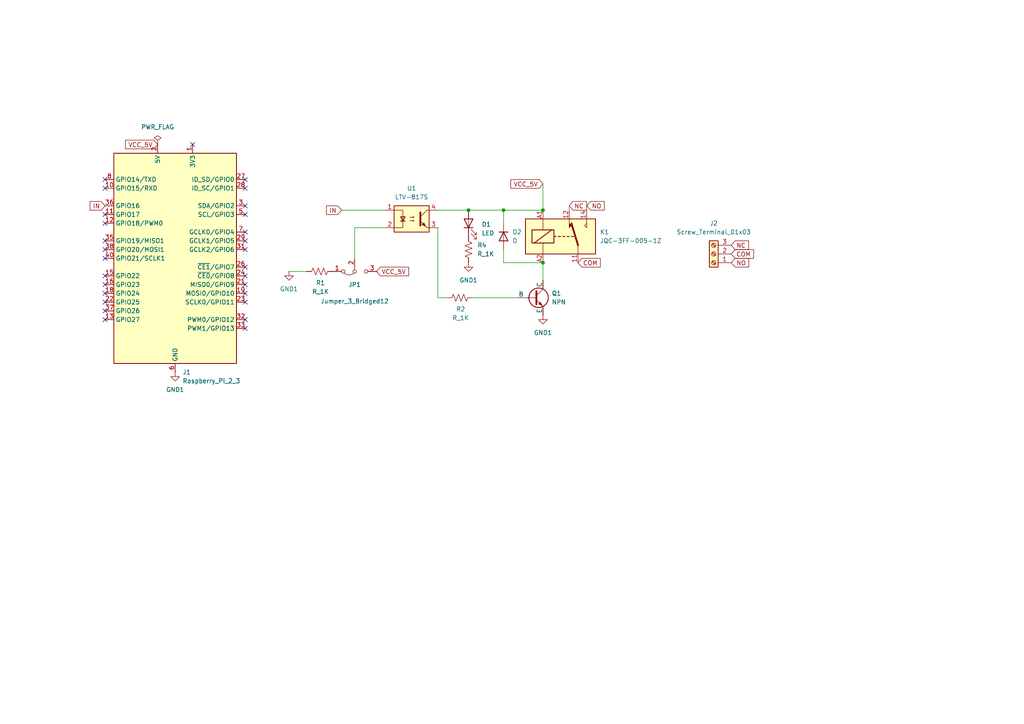
<source format=kicad_sch>
(kicad_sch (version 20250114) (generator "eeschema") (generator_version "9.0")
  (paper "A4")
  (lib_symbols
    (symbol "Connector:Raspberry_Pi_2_3"
      (property "Reference" "J" (at -17.78 31.75 0))
      (property "Value" "Raspberry_Pi_2_3" (at 10.16 -31.75 0))
      (symbol "Raspberry_Pi_2_3_0_1"
        (rectangle (start -17.78 30.48) (end 17.78 -30.48) (stroke (width 0.254)) (fill (type background)))
      )
      (symbol "Raspberry_Pi_2_3_1_1"
        (pin bidirectional line (at -20.32 22.86 0) (length 2.54) (name "GPIO14/TXD") (number "8"))
        (pin bidirectional line (at -20.32 20.32 0) (length 2.54) (name "GPIO15/RXD") (number "10"))
        (pin bidirectional line (at -20.32 15.24 0) (length 2.54) (name "GPIO16") (number "36"))
        (pin bidirectional line (at -20.32 12.7 0) (length 2.54) (name "GPIO17") (number "11"))
        (pin bidirectional line (at -20.32 10.16 0) (length 2.54) (name "GPIO18/PWM0") (number "12"))
        (pin bidirectional line (at -20.32 5.08 0) (length 2.54) (name "GPIO19/MISO1") (number "35"))
        (pin bidirectional line (at -20.32 2.54 0) (length 2.54) (name "GPIO20/MOSI1") (number "38"))
        (pin bidirectional line (at -20.32 0 0) (length 2.54) (name "GPIO21/SCLK1") (number "40"))
        (pin bidirectional line (at -20.32 -5.08 0) (length 2.54) (name "GPIO22") (number "15"))
        (pin bidirectional line (at -20.32 -7.62 0) (length 2.54) (name "GPIO23") (number "16"))
        (pin bidirectional line (at -20.32 -10.16 0) (length 2.54) (name "GPIO24") (number "18"))
        (pin bidirectional line (at -20.32 -12.7 0) (length 2.54) (name "GPIO25") (number "22"))
        (pin bidirectional line (at -20.32 -15.24 0) (length 2.54) (name "GPIO26") (number "37"))
        (pin bidirectional line (at -20.32 -17.78 0) (length 2.54) (name "GPIO27") (number "13"))
        (pin power_in line (at -5.08 33.02 270) (length 2.54) (name "5V") (number "2"))
        (pin passive line (at -5.08 33.02 270) (length 2.54) (hide yes) (name "5V") (number "4"))
        (pin passive line (at 0 -33.02 90) (length 2.54) (hide yes) (name "GND") (number "14"))
        (pin passive line (at 0 -33.02 90) (length 2.54) (hide yes) (name "GND") (number "20"))
        (pin passive line (at 0 -33.02 90) (length 2.54) (hide yes) (name "GND") (number "25"))
        (pin passive line (at 0 -33.02 90) (length 2.54) (hide yes) (name "GND") (number "30"))
        (pin passive line (at 0 -33.02 90) (length 2.54) (hide yes) (name "GND") (number "34"))
        (pin passive line (at 0 -33.02 90) (length 2.54) (hide yes) (name "GND") (number "39"))
        (pin power_in line (at 0 -33.02 90) (length 2.54) (name "GND") (number "6"))
        (pin passive line (at 0 -33.02 90) (length 2.54) (hide yes) (name "GND") (number "9"))
        (pin power_in line (at 5.08 33.02 270) (length 2.54) (name "3V3") (number "1"))
        (pin passive line (at 5.08 33.02 270) (length 2.54) (hide yes) (name "3V3") (number "17"))
        (pin bidirectional line (at 20.32 22.86 180) (length 2.54) (name "ID_SD/GPIO0") (number "27"))
        (pin bidirectional line (at 20.32 20.32 180) (length 2.54) (name "ID_SC/GPIO1") (number "28"))
        (pin bidirectional line (at 20.32 15.24 180) (length 2.54) (name "SDA/GPIO2") (number "3"))
        (pin bidirectional line (at 20.32 12.7 180) (length 2.54) (name "SCL/GPIO3") (number "5"))
        (pin bidirectional line (at 20.32 7.62 180) (length 2.54) (name "GCLK0/GPIO4") (number "7"))
        (pin bidirectional line (at 20.32 5.08 180) (length 2.54) (name "GCLK1/GPIO5") (number "29"))
        (pin bidirectional line (at 20.32 2.54 180) (length 2.54) (name "GCLK2/GPIO6") (number "31"))
        (pin bidirectional line (at 20.32 -2.54 180) (length 2.54) (name "~{CE1}/GPIO7") (number "26"))
        (pin bidirectional line (at 20.32 -5.08 180) (length 2.54) (name "~{CE0}/GPIO8") (number "24"))
        (pin bidirectional line (at 20.32 -7.62 180) (length 2.54) (name "MISO0/GPIO9") (number "21"))
        (pin bidirectional line (at 20.32 -10.16 180) (length 2.54) (name "MOSI0/GPIO10") (number "19"))
        (pin bidirectional line (at 20.32 -12.7 180) (length 2.54) (name "SCLK0/GPIO11") (number "23"))
        (pin bidirectional line (at 20.32 -17.78 180) (length 2.54) (name "PWM0/GPIO12") (number "32"))
        (pin bidirectional line (at 20.32 -20.32 180) (length 2.54) (name "PWM1/GPIO13") (number "33"))
      )
    )
    (symbol "Connector:Screw_Terminal_01x03" (pin_names (offset 1.016) (hide yes))
      (property "Reference" "J" (at 0 5.08 0))
      (property "Value" "Screw_Terminal_01x03" (at 0 -5.08 0))
      (symbol "Screw_Terminal_01x03_1_1"
        (rectangle (start -1.27 3.81) (end 1.27 -3.81) (stroke (width 0.254)) (fill (type background)))
        (polyline (pts (xy -0.5334 2.8702) (xy 0.3302 2.032)) (stroke (width 0.1524)))
        (polyline (pts (xy -0.5334 0.3302) (xy 0.3302 -0.508)) (stroke (width 0.1524)))
        (polyline (pts (xy -0.5334 -2.2098) (xy 0.3302 -3.048)) (stroke (width 0.1524)))
        (polyline (pts (xy -0.3556 3.048) (xy 0.508 2.2098)) (stroke (width 0.1524)))
        (polyline (pts (xy -0.3556 0.508) (xy 0.508 -0.3302)) (stroke (width 0.1524)))
        (polyline (pts (xy -0.3556 -2.032) (xy 0.508 -2.8702)) (stroke (width 0.1524)))
        (circle (center 0 2.54) (radius 0.635) (stroke (width 0.1524)))
        (circle (center 0 0) (radius 0.635) (stroke (width 0.1524)))
        (circle (center 0 -2.54) (radius 0.635) (stroke (width 0.1524)))
        (pin passive line (at -5.08 2.54 0) (length 3.81) (name "Pin_1") (number "1"))
        (pin passive line (at -5.08 0 0) (length 3.81) (name "Pin_2") (number "2"))
        (pin passive line (at -5.08 -2.54 0) (length 3.81) (name "Pin_3") (number "3"))
      )
    )
    (symbol "Device:D" (pin_numbers (hide yes)) (pin_names (offset 1.016) (hide yes))
      (property "Reference" "D" (at 0 2.54 0))
      (property "Value" "D" (at 0 -2.54 0))
      (symbol "D_0_1"
        (polyline (pts (xy -1.27 1.27) (xy -1.27 -1.27)) (stroke (width 0.254)))
        (polyline (pts (xy 1.27 1.27) (xy 1.27 -1.27) (xy -1.27 0) (xy 1.27 1.27)) (stroke (width 0.254)))
        (polyline (pts (xy 1.27 0) (xy -1.27 0)))
      )
      (symbol "D_1_1"
        (pin passive line (at -3.81 0 0) (length 2.54) (name "K") (number "1"))
        (pin passive line (at 3.81 0 180) (length 2.54) (name "A") (number "2"))
      )
    )
    (symbol "Device:LED" (pin_numbers (hide yes)) (pin_names (offset 1.016) (hide yes))
      (property "Reference" "D" (at 0 2.54 0))
      (property "Value" "LED" (at 0 -2.54 0))
      (symbol "LED_0_1"
        (polyline (pts (xy -3.048 -0.762) (xy -4.572 -2.286) (xy -3.81 -2.286) (xy -4.572 -2.286) (xy -4.572 -1.524)))
        (polyline (pts (xy -1.778 -0.762) (xy -3.302 -2.286) (xy -2.54 -2.286) (xy -3.302 -2.286) (xy -3.302 -1.524)))
        (polyline (pts (xy -1.27 0) (xy 1.27 0)))
        (polyline (pts (xy -1.27 -1.27) (xy -1.27 1.27)) (stroke (width 0.254)))
        (polyline (pts (xy 1.27 -1.27) (xy 1.27 1.27) (xy -1.27 0) (xy 1.27 -1.27)) (stroke (width 0.254)))
      )
      (symbol "LED_1_1"
        (pin passive line (at -3.81 0 0) (length 2.54) (name "K") (number "1"))
        (pin passive line (at 3.81 0 180) (length 2.54) (name "A") (number "2"))
      )
    )
    (symbol "Device:R_US" (pin_numbers (hide yes)) (pin_names (offset 0))
      (property "Reference" "R" (at 2.54 0 90))
      (property "Value" "R_US" (at -2.54 0 90))
      (symbol "R_US_0_1"
        (polyline (pts (xy 0 2.286) (xy 0 2.54)))
        (polyline (pts (xy 0 2.286) (xy 1.016 1.905) (xy 0 1.524) (xy -1.016 1.143) (xy 0 0.762)))
        (polyline (pts (xy 0 0.762) (xy 1.016 0.381) (xy 0 0) (xy -1.016 -0.381) (xy 0 -0.762)))
        (polyline (pts (xy 0 -0.762) (xy 1.016 -1.143) (xy 0 -1.524) (xy -1.016 -1.905) (xy 0 -2.286)))
        (polyline (pts (xy 0 -2.286) (xy 0 -2.54)))
      )
      (symbol "R_US_1_1"
        (pin passive line (at 0 3.81 270) (length 1.27) (name "~") (number "1"))
        (pin passive line (at 0 -3.81 90) (length 1.27) (name "~") (number "2"))
      )
    )
    (symbol "Isolator:LTV-817S" (pin_names (offset 1.016))
      (property "Reference" "U" (at -3.81 5.08 0))
      (property "Value" "LTV-817S" (at 0 -5.08 0))
      (symbol "LTV-817S_1_1"
        (rectangle (start -5.08 3.81) (end 5.08 -3.81) (stroke (width 0.254)) (fill (type background)))
        (polyline (pts (xy -5.08 2.54) (xy -2.54 2.54) (xy -2.54 -0.762)))
        (polyline (pts (xy -3.175 -0.635) (xy -1.905 -0.635)) (stroke (width 0.254)))
        (polyline (pts (xy -2.54 -0.635) (xy -2.54 -2.54) (xy -5.08 -2.54)))
        (polyline (pts (xy -2.54 -0.635) (xy -3.175 0.635) (xy -1.905 0.635) (xy -2.54 -0.635)) (stroke (width 0.254)))
        (polyline (pts (xy -0.508 0.508) (xy 0.762 0.508) (xy 0.381 0.381) (xy 0.381 0.635) (xy 0.762 0.508)))
        (polyline (pts (xy -0.508 -0.508) (xy 0.762 -0.508) (xy 0.381 -0.635) (xy 0.381 -0.381) (xy 0.762 -0.508)))
        (polyline (pts (xy 2.54 1.905) (xy 2.54 -1.905) (xy 2.54 -1.905)) (stroke (width 0.508)))
        (polyline (pts (xy 2.54 0.635) (xy 4.445 2.54)))
        (polyline (pts (xy 3.048 -1.651) (xy 3.556 -1.143) (xy 4.064 -2.159) (xy 3.048 -1.651) (xy 3.048 -1.651)) (fill (type outline)))
        (polyline (pts (xy 4.445 2.54) (xy 5.08 2.54)))
        (polyline (pts (xy 4.445 -2.54) (xy 2.54 -0.635)) (fill (type outline)))
        (polyline (pts (xy 4.445 -2.54) (xy 5.08 -2.54)))
        (pin passive line (at -7.62 2.54 0) (length 2.54) (name "~") (number "1"))
        (pin passive line (at -7.62 -2.54 0) (length 2.54) (name "~") (number "2"))
        (pin passive line (at 7.62 2.54 180) (length 2.54) (name "~") (number "4"))
        (pin passive line (at 7.62 -2.54 180) (length 2.54) (name "~") (number "3"))
      )
    )
    (symbol "Jumper:Jumper_3_Bridged12" (pin_names (offset 0) (hide yes)) (in_bom no)
      (property "Reference" "JP" (at -2.54 -2.54 0))
      (property "Value" "Jumper_3_Bridged12" (at 0 2.794 0))
      (symbol "Jumper_3_Bridged12_0_0"
        (circle (center -3.302 0) (radius 0.508))
        (circle (center 0 0) (radius 0.508))
        (circle (center 3.302 0) (radius 0.508))
      )
      (symbol "Jumper_3_Bridged12_0_1"
        (arc (start -3.048 0.508) (mid -1.651 0.9912) (end -0.254 0.508))
        (polyline (pts (xy 0 -1.27) (xy 0 -0.508)))
      )
      (symbol "Jumper_3_Bridged12_1_1"
        (pin passive line (at -6.35 0 0) (length 2.54) (name "A") (number "1"))
        (pin passive line (at 0 -3.81 90) (length 2.54) (name "C") (number "2"))
        (pin passive line (at 6.35 0 180) (length 2.54) (name "B") (number "3"))
      )
    )
    (symbol "Relay:JQC-3FF-005-1Z"
      (property "Reference" "K" (at 11.43 3.81 0))
      (property "Value" "JQC-3FF-005-1Z" (at 11.43 1.27 0))
      (symbol "JQC-3FF-005-1Z_0_0"
        (polyline (pts (xy 7.62 5.08) (xy 7.62 2.54) (xy 6.985 3.175) (xy 7.62 3.81)))
      )
      (symbol "JQC-3FF-005-1Z_0_1"
        (rectangle (start -10.16 5.08) (end 10.16 -5.08) (stroke (width 0.254)) (fill (type background)))
        (rectangle (start -8.255 1.905) (end -1.905 -1.905) (stroke (width 0.254)))
        (polyline (pts (xy -7.62 -1.905) (xy -2.54 1.905)) (stroke (width 0.254)))
        (polyline (pts (xy -5.08 5.08) (xy -5.08 1.905)))
        (polyline (pts (xy -5.08 -5.08) (xy -5.08 -1.905)))
        (polyline (pts (xy -1.905 0) (xy -1.27 0)) (stroke (width 0.254)))
        (polyline (pts (xy -0.635 0) (xy 0 0)) (stroke (width 0.254)))
        (polyline (pts (xy 0.635 0) (xy 1.27 0)) (stroke (width 0.254)))
        (polyline (pts (xy 1.905 0) (xy 2.54 0)) (stroke (width 0.254)))
        (polyline (pts (xy 2.54 5.08) (xy 2.54 2.54) (xy 3.175 3.175) (xy 2.54 3.81)) (fill (type outline)))
        (polyline (pts (xy 3.175 0) (xy 3.81 0)) (stroke (width 0.254)))
        (polyline (pts (xy 5.08 -2.54) (xy 3.175 3.81)) (stroke (width 0.508)))
        (polyline (pts (xy 5.08 -2.54) (xy 5.08 -5.08)))
      )
      (symbol "JQC-3FF-005-1Z_1_1"
        (pin passive line (at -5.08 7.62 270) (length 2.54) (name "~") (number "A1"))
        (pin passive line (at -5.08 -7.62 90) (length 2.54) (name "~") (number "A2"))
        (pin passive line (at 2.54 7.62 270) (length 2.54) (name "~") (number "12"))
        (pin passive line (at 5.08 -7.62 90) (length 2.54) (name "~") (number "11"))
        (pin passive line (at 7.62 7.62 270) (length 2.54) (name "~") (number "14"))
      )
    )
    (symbol "Simulation_SPICE:NPN" (pin_numbers (hide yes)) (pin_names (offset 0))
      (property "Reference" "Q" (at -2.54 7.62 0))
      (property "Value" "NPN" (at -2.54 5.08 0))
      (symbol "NPN_0_1"
        (polyline (pts (xy -2.54 0) (xy 0.635 0)) (stroke (width 0.1524)))
        (polyline (pts (xy 0.635 1.905) (xy 0.635 -1.905) (xy 0.635 -1.905)) (stroke (width 0.508)))
        (polyline (pts (xy 0.635 0.635) (xy 2.54 2.54)))
        (polyline (pts (xy 0.635 -0.635) (xy 2.54 -2.54) (xy 2.54 -2.54)))
        (circle (center 1.27 0) (radius 2.8194) (stroke (width 0.254)))
        (polyline (pts (xy 1.27 -1.778) (xy 1.778 -1.27) (xy 2.286 -2.286) (xy 1.27 -1.778) (xy 1.27 -1.778)) (fill (type outline)))
        (polyline (pts (xy 2.794 -1.27) (xy 2.794 -1.27)) (stroke (width 0.1524)))
        (polyline (pts (xy 2.794 -1.27) (xy 2.794 -1.27)) (stroke (width 0.1524)))
      )
      (symbol "NPN_1_1"
        (pin input line (at -5.08 0 0) (length 2.54) (name "B") (number "2"))
        (pin open_collector line (at 2.54 5.08 270) (length 2.54) (name "C") (number "1"))
        (pin open_emitter line (at 2.54 -5.08 90) (length 2.54) (name "E") (number "3"))
      )
    )
    (symbol "power:GND1" (power) (pin_numbers (hide yes)) (pin_names (offset 0) (hide yes))
      (property "Value" "GND1" (at 0 -3.81 0))
      (symbol "GND1_0_1"
        (polyline (pts (xy 0 0) (xy 0 -1.27) (xy 1.27 -1.27) (xy 0 -2.54) (xy -1.27 -1.27) (xy 0 -1.27)))
      )
      (symbol "GND1_1_1"
        (pin power_in line (at 0 0 270) (length 0) (name "~") (number "1"))
      )
    )
    (symbol "power:GND2" (power) (pin_numbers (hide yes)) (pin_names (offset 0) (hide yes))
      (property "Value" "GND2" (at 0 -3.81 0))
      (symbol "GND2_0_1"
        (polyline (pts (xy 0 0) (xy 0 -1.27) (xy 1.27 -1.27) (xy 0 -2.54) (xy -1.27 -1.27) (xy 0 -1.27)))
      )
      (symbol "GND2_1_1"
        (pin power_in line (at 0 0 270) (length 0) (name "~") (number "1"))
      )
    )
    (symbol "power:PWR_FLAG" (power) (pin_numbers (hide yes)) (pin_names (offset 0) (hide yes))
      (property "Value" "PWR_FLAG" (at 0 3.81 0))
      (symbol "PWR_FLAG_0_0"
        (pin power_out line (at 0 0 90) (length 0) (name "~") (number "1"))
      )
      (symbol "PWR_FLAG_0_1"
        (polyline (pts (xy 0 0) (xy 0 1.27) (xy -1.016 1.905) (xy 0 2.54) (xy 1.016 1.905) (xy 0 1.27)))
      )
    )
  )
  (junction (at 135.89 60.96))
  (junction (at 157.48 76.2))
  (junction (at 146.05 60.96))
  (junction (at 157.48 60.96))
  (no_connect (at 30.48 90.17))
  (no_connect (at 71.12 54.61))
  (no_connect (at 55.88 41.91))
  (no_connect (at 30.48 85.09))
  (no_connect (at 30.48 82.55))
  (no_connect (at 30.48 72.39))
  (no_connect (at 30.48 80.01))
  (no_connect (at 30.48 74.93))
  (no_connect (at 71.12 72.39))
  (no_connect (at 71.12 52.07))
  (no_connect (at 30.48 92.71))
  (no_connect (at 30.48 69.85))
  (no_connect (at 71.12 82.55))
  (no_connect (at 71.12 85.09))
  (no_connect (at 30.48 87.63))
  (no_connect (at 30.48 52.07))
  (no_connect (at 71.12 62.23))
  (no_connect (at 71.12 59.69))
  (no_connect (at 71.12 67.31))
  (no_connect (at 71.12 77.47))
  (no_connect (at 71.12 69.85))
  (no_connect (at 71.12 80.01))
  (no_connect (at 71.12 87.63))
  (no_connect (at 30.48 62.23))
  (no_connect (at 30.48 64.77))
  (no_connect (at 30.48 54.61))
  (no_connect (at 71.12 95.25))
  (no_connect (at 71.12 92.71))
  (wire (pts (xy 170.18 59.69) (xy 170.18 60.96)))
  (wire (pts (xy 157.48 60.96) (xy 146.05 60.96)))
  (wire (pts (xy 146.05 76.2) (xy 146.05 72.39)))
  (wire (pts (xy 149.86 86.36) (xy 137.16 86.36)))
  (wire (pts (xy 157.48 76.2) (xy 157.48 81.28)))
  (wire (pts (xy 146.05 60.96) (xy 146.05 64.77)))
  (wire (pts (xy 146.05 76.2) (xy 157.48 76.2)))
  (wire (pts (xy 102.87 66.04) (xy 102.87 74.93)))
  (wire (pts (xy 127 86.36) (xy 127 66.04)))
  (wire (pts (xy 99.06 60.96) (xy 111.76 60.96)))
  (wire (pts (xy 111.76 66.04) (xy 102.87 66.04)))
  (wire (pts (xy 135.89 60.96) (xy 146.05 60.96)))
  (wire (pts (xy 83.82 78.74) (xy 88.9 78.74)))
  (wire (pts (xy 165.1 59.69) (xy 165.1 60.96)))
  (wire (pts (xy 127 86.36) (xy 129.54 86.36)))
  (wire (pts (xy 157.48 53.34) (xy 157.48 60.96)))
  (wire (pts (xy 127 60.96) (xy 135.89 60.96)))
  (global_label "IN" (shape input) (at 30.48 59.69 180) (property "Intersheetrefs" "${INTERSHEET_REFS}" (effects (hide yes))))
  (global_label "COM" (shape input) (at 167.64 76.2 0) (property "Intersheetrefs" "${INTERSHEET_REFS}" (effects (hide yes))))
  (global_label "NO" (shape input) (at 170.18 59.69 0) (property "Intersheetrefs" "${INTERSHEET_REFS}" (effects (hide yes))))
  (global_label "IN" (shape input) (at 99.06 60.96 180) (property "Intersheetrefs" "${INTERSHEET_REFS}" (effects (hide yes))))
  (global_label "VCC_5V" (shape input) (at 157.48 53.34 180) (property "Intersheetrefs" "${INTERSHEET_REFS}" (effects (hide yes))))
  (global_label "COM" (shape input) (at 212.09 73.66 0) (property "Intersheetrefs" "${INTERSHEET_REFS}" (effects (hide yes))))
  (global_label "NC" (shape input) (at 212.09 71.12 0) (property "Intersheetrefs" "${INTERSHEET_REFS}" (effects (hide yes))))
  (global_label "VCC_5V" (shape input) (at 109.22 78.74 0) (property "Intersheetrefs" "${INTERSHEET_REFS}" (effects (hide yes))))
  (global_label "NO" (shape input) (at 212.09 76.2 0) (property "Intersheetrefs" "${INTERSHEET_REFS}" (effects (hide yes))))
  (global_label "VCC_5V" (shape input) (at 45.72 41.91 180) (property "Intersheetrefs" "${INTERSHEET_REFS}" (effects (hide yes))))
  (global_label "NC" (shape input) (at 165.1 59.69 0) (property "Intersheetrefs" "${INTERSHEET_REFS}" (effects (hide yes))))
  (symbol (lib_id "power:PWR_FLAG") (at 45.72 41.91 0) (unit 1)
    (property "Reference" "#FLG01" (effects (hide yes)))
    (property "Value" "PWR_FLAG" (at 45.72 36.83 0))
    (property "Description" "Special symbol for telling ERC where power comes from" (effects (hide yes)))
  )
  (symbol (lib_id "Isolator:LTV-817S") (at 119.38 63.5 0) (unit 1)
    (property "Reference" "U1" (at 119.38 54.61 0))
    (property "Value" "LTV-817S" (at 119.38 57.15 0))
    (property "Footprint" "Package_DIP:SMDIP-4_W9.53mm" (effects (hide yes)))
    (property "Datasheet" "http://www.us.liteon.com/downloads/LTV-817-827-847.PDF" (effects (hide yes)))
    (property "Description" "DC Optocoupler, Vce 35V, CTR 50%, SMDIP-4" (effects (hide yes)))
  )
  (symbol (lib_id "Jumper:Jumper_3_Bridged12") (at 102.87 78.74 0) (mirror x) (unit 1) (in_bom no)
    (property "Reference" "JP1" (at 102.87 82.55 0))
    (property "Value" "Jumper_3_Bridged12" (at 102.87 87.376 0))
    (property "Footprint" "Connector_PinHeader_2.54mm:PinHeader_1x03_P2.54mm_Vertical" (effects (hide yes)))
    (property "Description" "Jumper, 3-pole, pins 1+2 closed/bridged" (effects (hide yes)))
  )
  (symbol (lib_id "power:GND1") (at 83.82 78.74 0) (unit 1)
    (property "Reference" "#PWR02" (effects (hide yes)))
    (property "Value" "GND1" (at 83.82 83.82 0))
    (property "Description" "Power symbol creates a global label with name \"GND1\" , ground" (effects (hide yes)))
  )
  (symbol (lib_id "Device:R_US") (at 133.35 86.36 90) (unit 1)
    (property "Reference" "R2" (at 133.604 89.662 90))
    (property "Value" "R_1K" (at 133.604 92.202 90))
    (property "Footprint" "Resistor_SMD:R_0805_2012Metric_Pad1.20x1.40mm_HandSolder" (effects (hide yes)))
    (property "Description" "Resistor, US symbol" (effects (hide yes)))
  )
  (symbol (lib_id "Device:R_US") (at 135.89 72.39 0) (unit 1)
    (property "Reference" "R4" (at 138.43 71.1199 0) (effects (justify left)))
    (property "Value" "R_1K" (at 138.43 73.6599 0) (effects (justify left)))
    (property "Footprint" "Resistor_SMD:R_0805_2012Metric_Pad1.20x1.40mm_HandSolder" (effects (hide yes)))
    (property "Description" "Resistor, US symbol" (effects (hide yes)))
  )
  (symbol (lib_id "power:GND1") (at 50.8 107.95 0) (unit 1)
    (property "Reference" "#PWR01" (effects (hide yes)))
    (property "Value" "GND1" (at 50.8 113.03 0))
    (property "Description" "Power symbol creates a global label with name \"GND1\" , ground" (effects (hide yes)))
  )
  (symbol (lib_id "power:GND2") (at 135.89 76.2 0) (unit 1)
    (property "Reference" "#PWR04" (effects (hide yes)))
    (property "Value" "GND1" (at 135.89 81.28 0))
    (property "Description" "Power symbol creates a global label with name \"GND2\" , ground" (effects (hide yes)))
  )
  (symbol (lib_id "Connector:Screw_Terminal_01x03") (at 207.01 73.66 180) (unit 1)
    (property "Reference" "J2" (at 207.01 64.77 0))
    (property "Value" "Screw_Terminal_01x03" (at 207.01 67.31 0))
    (property "Footprint" "TerminalBlock_Phoenix:TerminalBlock_Phoenix_PT-1,5-3-5.0-H_1x03_P5.00mm_Horizontal" (effects (hide yes)))
    (property "Description" "Generic screw terminal, single row, 01x03, script generated (kicad-library-utils/schlib/autogen/connector/)" (effects (hide yes)))
  )
  (symbol (lib_id "Device:R_US") (at 92.71 78.74 90) (unit 1)
    (property "Reference" "R1" (at 92.964 82.042 90))
    (property "Value" "R_1K" (at 92.964 84.582 90))
    (property "Footprint" "Resistor_SMD:R_0805_2012Metric_Pad1.20x1.40mm_HandSolder" (effects (hide yes)))
    (property "Description" "Resistor, US symbol" (effects (hide yes)))
  )
  (symbol (lib_id "Device:LED") (at 135.89 64.77 90) (unit 1)
    (property "Reference" "D1" (at 139.7 65.0874 90) (effects (justify right)))
    (property "Value" "LED" (at 139.7 67.6274 90) (effects (justify right)))
    (property "Footprint" "LED_SMD:LED_0603_1608Metric_Pad1.05x0.95mm_HandSolder" (effects (hide yes)))
    (property "Description" "Light emitting diode" (effects (hide yes)))
    (property "Sim.Pins" "1=K 2=A" (effects (hide yes)))
  )
  (symbol (lib_id "power:GND2") (at 157.48 91.44 0) (unit 1)
    (property "Reference" "#PWR03" (effects (hide yes)))
    (property "Value" "GND1" (at 157.48 96.52 0))
    (property "Description" "Power symbol creates a global label with name \"GND2\" , ground" (effects (hide yes)))
  )
  (symbol (lib_id "Device:D") (at 146.05 68.58 270) (unit 1)
    (property "Reference" "D2" (at 148.59 67.3099 90) (effects (justify left)))
    (property "Value" "D" (at 148.59 69.8499 90) (effects (justify left)))
    (property "Footprint" "Diode_THT:D_5W_P12.70mm_Horizontal" (effects (hide yes)))
    (property "Description" "Diode" (effects (hide yes)))
    (property "Sim.Device" "D" (effects (hide yes)))
    (property "Sim.Pins" "1=K 2=A" (effects (hide yes)))
  )
  (symbol (lib_id "Relay:JQC-3FF-005-1Z") (at 162.56 68.58 0) (unit 1)
    (property "Reference" "K1" (at 173.99 67.3099 0) (effects (justify left)))
    (property "Value" "JQC-3FF-005-1Z" (at 173.99 69.8499 0) (effects (justify left)))
    (property "Footprint" "Relay_THT:Relay_SPDT_Hongfa_JQC-3FF_0XX-1Z" (effects (hide yes)))
    (property "Datasheet" "https://www.digikey.com/htmldatasheets/production/2071105/0/0/1/JQC-3FF.pdf" (effects (hide yes)))
    (property "Description" "Subminiature High Power SPDT Relay, 5V Coil nom. 0.36W, 10A switching current, max 10A@277VAC/28VDC" (effects (hide yes)))
  )
  (symbol (lib_id "Simulation_SPICE:NPN") (at 154.94 86.36 0) (unit 1)
    (property "Reference" "Q1" (at 160.02 85.0899 0) (effects (justify left)))
    (property "Value" "NPN" (at 160.02 87.6299 0) (effects (justify left)))
    (property "Footprint" "Package_TO_SOT_SMD:SOT-23_Handsoldering" (effects (hide yes)))
    (property "Datasheet" "https://ngspice.sourceforge.io/docs/ngspice-html-manual/manual.xhtml#cha_BJTs" (effects (hide yes)))
    (property "Description" "Bipolar transistor symbol for simulation only, substrate tied to the emitter" (effects (hide yes)))
    (property "Sim.Device" "NPN" (effects (hide yes)))
    (property "Sim.Type" "GUMMELPOON" (effects (hide yes)))
    (property "Sim.Pins" "1=C 2=B 3=E" (effects (hide yes)))
  )
  (symbol (lib_id "Connector:Raspberry_Pi_2_3") (at 50.8 74.93 0) (unit 1)
    (property "Reference" "J1" (at 52.9433 107.95 0) (effects (justify left)))
    (property "Value" "Raspberry_Pi_2_3" (at 52.9433 110.49 0) (effects (justify left)))
    (property "Footprint" "Connector_PinSocket_2.54mm:PinSocket_2x20_P2.54mm_Vertical" (effects (hide yes)))
    (property "Datasheet" "https://www.raspberrypi.org/documentation/hardware/raspberrypi/schematics/rpi_SCH_3bplus_1p0_reduced.pdf" (effects (hide yes)))
    (property "Description" "expansion header for Raspberry Pi 2 & 3" (effects (hide yes)))
  )
)
</source>
